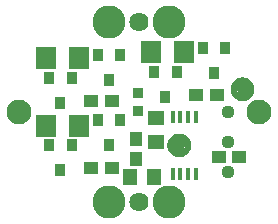
<source format=gbr>
G04 EAGLE Gerber RS-274X export*
G75*
%MOMM*%
%FSLAX34Y34*%
%LPD*%
%INSoldermask Top*%
%IPPOS*%
%AMOC8*
5,1,8,0,0,1.08239X$1,22.5*%
G01*
%ADD10C,2.101600*%
%ADD11R,1.701600X1.901600*%
%ADD12R,1.201600X1.101600*%
%ADD13R,1.101600X1.201600*%
%ADD14R,1.401600X1.301600*%
%ADD15R,0.901600X1.001600*%
%ADD16R,0.451600X1.121600*%
%ADD17C,1.117600*%
%ADD18C,2.801600*%
%ADD19C,1.625600*%
%ADD20R,0.901600X0.901600*%
%ADD21R,1.301600X1.401600*%
%ADD22C,1.101600*%
%ADD23C,0.500000*%


D10*
X19050Y99060D03*
X222250Y99060D03*
D11*
X41880Y87630D03*
X69880Y87630D03*
D12*
X97400Y51435D03*
X80400Y51435D03*
D13*
X118428Y76128D03*
X118428Y59128D03*
D14*
X134938Y73660D03*
X134938Y93980D03*
D12*
X205350Y60960D03*
X188350Y60960D03*
D15*
X104750Y92550D03*
X85750Y92550D03*
X95250Y71550D03*
X63475Y70960D03*
X44475Y70960D03*
X53975Y49960D03*
D11*
X41880Y144780D03*
X69880Y144780D03*
D12*
X97400Y108585D03*
X80400Y108585D03*
D15*
X104750Y147160D03*
X85750Y147160D03*
X95250Y126160D03*
X63475Y128110D03*
X44475Y128110D03*
X53975Y107110D03*
D11*
X130780Y149860D03*
X158780Y149860D03*
D12*
X186300Y113665D03*
X169300Y113665D03*
D15*
X193650Y153510D03*
X174650Y153510D03*
X184150Y132510D03*
X152375Y133190D03*
X133375Y133190D03*
X142875Y112190D03*
D16*
X149000Y46803D03*
X155500Y46803D03*
X162000Y46803D03*
X168500Y46803D03*
X168500Y94803D03*
X162000Y94803D03*
X155500Y94803D03*
X149000Y94803D03*
D17*
X195580Y48260D03*
D18*
X146050Y22860D03*
D19*
X120650Y22860D03*
D18*
X95250Y22860D03*
X146050Y175260D03*
D19*
X120650Y175260D03*
D18*
X95250Y175260D03*
D20*
X119380Y115570D03*
X119380Y100330D03*
D17*
X195580Y99060D03*
X195580Y73660D03*
D21*
X113030Y44450D03*
X133350Y44450D03*
D22*
X154686Y70866D03*
D23*
X154686Y78366D02*
X154505Y78364D01*
X154324Y78357D01*
X154143Y78346D01*
X153962Y78331D01*
X153782Y78311D01*
X153602Y78287D01*
X153423Y78259D01*
X153245Y78226D01*
X153068Y78189D01*
X152891Y78148D01*
X152716Y78103D01*
X152541Y78053D01*
X152368Y77999D01*
X152197Y77941D01*
X152026Y77879D01*
X151858Y77812D01*
X151691Y77742D01*
X151525Y77668D01*
X151362Y77589D01*
X151201Y77507D01*
X151041Y77421D01*
X150884Y77331D01*
X150729Y77237D01*
X150576Y77140D01*
X150426Y77038D01*
X150278Y76934D01*
X150132Y76825D01*
X149990Y76714D01*
X149850Y76598D01*
X149713Y76480D01*
X149578Y76358D01*
X149447Y76233D01*
X149319Y76105D01*
X149194Y75974D01*
X149072Y75839D01*
X148954Y75702D01*
X148838Y75562D01*
X148727Y75420D01*
X148618Y75274D01*
X148514Y75126D01*
X148412Y74976D01*
X148315Y74823D01*
X148221Y74668D01*
X148131Y74511D01*
X148045Y74351D01*
X147963Y74190D01*
X147884Y74027D01*
X147810Y73861D01*
X147740Y73694D01*
X147673Y73526D01*
X147611Y73355D01*
X147553Y73184D01*
X147499Y73011D01*
X147449Y72836D01*
X147404Y72661D01*
X147363Y72484D01*
X147326Y72307D01*
X147293Y72129D01*
X147265Y71950D01*
X147241Y71770D01*
X147221Y71590D01*
X147206Y71409D01*
X147195Y71228D01*
X147188Y71047D01*
X147186Y70866D01*
X154686Y78366D02*
X154867Y78364D01*
X155048Y78357D01*
X155229Y78346D01*
X155410Y78331D01*
X155590Y78311D01*
X155770Y78287D01*
X155949Y78259D01*
X156127Y78226D01*
X156304Y78189D01*
X156481Y78148D01*
X156656Y78103D01*
X156831Y78053D01*
X157004Y77999D01*
X157175Y77941D01*
X157346Y77879D01*
X157514Y77812D01*
X157681Y77742D01*
X157847Y77668D01*
X158010Y77589D01*
X158171Y77507D01*
X158331Y77421D01*
X158488Y77331D01*
X158643Y77237D01*
X158796Y77140D01*
X158946Y77038D01*
X159094Y76934D01*
X159240Y76825D01*
X159382Y76714D01*
X159522Y76598D01*
X159659Y76480D01*
X159794Y76358D01*
X159925Y76233D01*
X160053Y76105D01*
X160178Y75974D01*
X160300Y75839D01*
X160418Y75702D01*
X160534Y75562D01*
X160645Y75420D01*
X160754Y75274D01*
X160858Y75126D01*
X160960Y74976D01*
X161057Y74823D01*
X161151Y74668D01*
X161241Y74511D01*
X161327Y74351D01*
X161409Y74190D01*
X161488Y74027D01*
X161562Y73861D01*
X161632Y73694D01*
X161699Y73526D01*
X161761Y73355D01*
X161819Y73184D01*
X161873Y73011D01*
X161923Y72836D01*
X161968Y72661D01*
X162009Y72484D01*
X162046Y72307D01*
X162079Y72129D01*
X162107Y71950D01*
X162131Y71770D01*
X162151Y71590D01*
X162166Y71409D01*
X162177Y71228D01*
X162184Y71047D01*
X162186Y70866D01*
X162184Y70685D01*
X162177Y70504D01*
X162166Y70323D01*
X162151Y70142D01*
X162131Y69962D01*
X162107Y69782D01*
X162079Y69603D01*
X162046Y69425D01*
X162009Y69248D01*
X161968Y69071D01*
X161923Y68896D01*
X161873Y68721D01*
X161819Y68548D01*
X161761Y68377D01*
X161699Y68206D01*
X161632Y68038D01*
X161562Y67871D01*
X161488Y67705D01*
X161409Y67542D01*
X161327Y67381D01*
X161241Y67221D01*
X161151Y67064D01*
X161057Y66909D01*
X160960Y66756D01*
X160858Y66606D01*
X160754Y66458D01*
X160645Y66312D01*
X160534Y66170D01*
X160418Y66030D01*
X160300Y65893D01*
X160178Y65758D01*
X160053Y65627D01*
X159925Y65499D01*
X159794Y65374D01*
X159659Y65252D01*
X159522Y65134D01*
X159382Y65018D01*
X159240Y64907D01*
X159094Y64798D01*
X158946Y64694D01*
X158796Y64592D01*
X158643Y64495D01*
X158488Y64401D01*
X158331Y64311D01*
X158171Y64225D01*
X158010Y64143D01*
X157847Y64064D01*
X157681Y63990D01*
X157514Y63920D01*
X157346Y63853D01*
X157175Y63791D01*
X157004Y63733D01*
X156831Y63679D01*
X156656Y63629D01*
X156481Y63584D01*
X156304Y63543D01*
X156127Y63506D01*
X155949Y63473D01*
X155770Y63445D01*
X155590Y63421D01*
X155410Y63401D01*
X155229Y63386D01*
X155048Y63375D01*
X154867Y63368D01*
X154686Y63366D01*
X154505Y63368D01*
X154324Y63375D01*
X154143Y63386D01*
X153962Y63401D01*
X153782Y63421D01*
X153602Y63445D01*
X153423Y63473D01*
X153245Y63506D01*
X153068Y63543D01*
X152891Y63584D01*
X152716Y63629D01*
X152541Y63679D01*
X152368Y63733D01*
X152197Y63791D01*
X152026Y63853D01*
X151858Y63920D01*
X151691Y63990D01*
X151525Y64064D01*
X151362Y64143D01*
X151201Y64225D01*
X151041Y64311D01*
X150884Y64401D01*
X150729Y64495D01*
X150576Y64592D01*
X150426Y64694D01*
X150278Y64798D01*
X150132Y64907D01*
X149990Y65018D01*
X149850Y65134D01*
X149713Y65252D01*
X149578Y65374D01*
X149447Y65499D01*
X149319Y65627D01*
X149194Y65758D01*
X149072Y65893D01*
X148954Y66030D01*
X148838Y66170D01*
X148727Y66312D01*
X148618Y66458D01*
X148514Y66606D01*
X148412Y66756D01*
X148315Y66909D01*
X148221Y67064D01*
X148131Y67221D01*
X148045Y67381D01*
X147963Y67542D01*
X147884Y67705D01*
X147810Y67871D01*
X147740Y68038D01*
X147673Y68206D01*
X147611Y68377D01*
X147553Y68548D01*
X147499Y68721D01*
X147449Y68896D01*
X147404Y69071D01*
X147363Y69248D01*
X147326Y69425D01*
X147293Y69603D01*
X147265Y69782D01*
X147241Y69962D01*
X147221Y70142D01*
X147206Y70323D01*
X147195Y70504D01*
X147188Y70685D01*
X147186Y70866D01*
D22*
X208280Y118364D03*
D23*
X208280Y125864D02*
X208099Y125862D01*
X207918Y125855D01*
X207737Y125844D01*
X207556Y125829D01*
X207376Y125809D01*
X207196Y125785D01*
X207017Y125757D01*
X206839Y125724D01*
X206662Y125687D01*
X206485Y125646D01*
X206310Y125601D01*
X206135Y125551D01*
X205962Y125497D01*
X205791Y125439D01*
X205620Y125377D01*
X205452Y125310D01*
X205285Y125240D01*
X205119Y125166D01*
X204956Y125087D01*
X204795Y125005D01*
X204635Y124919D01*
X204478Y124829D01*
X204323Y124735D01*
X204170Y124638D01*
X204020Y124536D01*
X203872Y124432D01*
X203726Y124323D01*
X203584Y124212D01*
X203444Y124096D01*
X203307Y123978D01*
X203172Y123856D01*
X203041Y123731D01*
X202913Y123603D01*
X202788Y123472D01*
X202666Y123337D01*
X202548Y123200D01*
X202432Y123060D01*
X202321Y122918D01*
X202212Y122772D01*
X202108Y122624D01*
X202006Y122474D01*
X201909Y122321D01*
X201815Y122166D01*
X201725Y122009D01*
X201639Y121849D01*
X201557Y121688D01*
X201478Y121525D01*
X201404Y121359D01*
X201334Y121192D01*
X201267Y121024D01*
X201205Y120853D01*
X201147Y120682D01*
X201093Y120509D01*
X201043Y120334D01*
X200998Y120159D01*
X200957Y119982D01*
X200920Y119805D01*
X200887Y119627D01*
X200859Y119448D01*
X200835Y119268D01*
X200815Y119088D01*
X200800Y118907D01*
X200789Y118726D01*
X200782Y118545D01*
X200780Y118364D01*
X208280Y125864D02*
X208461Y125862D01*
X208642Y125855D01*
X208823Y125844D01*
X209004Y125829D01*
X209184Y125809D01*
X209364Y125785D01*
X209543Y125757D01*
X209721Y125724D01*
X209898Y125687D01*
X210075Y125646D01*
X210250Y125601D01*
X210425Y125551D01*
X210598Y125497D01*
X210769Y125439D01*
X210940Y125377D01*
X211108Y125310D01*
X211275Y125240D01*
X211441Y125166D01*
X211604Y125087D01*
X211765Y125005D01*
X211925Y124919D01*
X212082Y124829D01*
X212237Y124735D01*
X212390Y124638D01*
X212540Y124536D01*
X212688Y124432D01*
X212834Y124323D01*
X212976Y124212D01*
X213116Y124096D01*
X213253Y123978D01*
X213388Y123856D01*
X213519Y123731D01*
X213647Y123603D01*
X213772Y123472D01*
X213894Y123337D01*
X214012Y123200D01*
X214128Y123060D01*
X214239Y122918D01*
X214348Y122772D01*
X214452Y122624D01*
X214554Y122474D01*
X214651Y122321D01*
X214745Y122166D01*
X214835Y122009D01*
X214921Y121849D01*
X215003Y121688D01*
X215082Y121525D01*
X215156Y121359D01*
X215226Y121192D01*
X215293Y121024D01*
X215355Y120853D01*
X215413Y120682D01*
X215467Y120509D01*
X215517Y120334D01*
X215562Y120159D01*
X215603Y119982D01*
X215640Y119805D01*
X215673Y119627D01*
X215701Y119448D01*
X215725Y119268D01*
X215745Y119088D01*
X215760Y118907D01*
X215771Y118726D01*
X215778Y118545D01*
X215780Y118364D01*
X215778Y118183D01*
X215771Y118002D01*
X215760Y117821D01*
X215745Y117640D01*
X215725Y117460D01*
X215701Y117280D01*
X215673Y117101D01*
X215640Y116923D01*
X215603Y116746D01*
X215562Y116569D01*
X215517Y116394D01*
X215467Y116219D01*
X215413Y116046D01*
X215355Y115875D01*
X215293Y115704D01*
X215226Y115536D01*
X215156Y115369D01*
X215082Y115203D01*
X215003Y115040D01*
X214921Y114879D01*
X214835Y114719D01*
X214745Y114562D01*
X214651Y114407D01*
X214554Y114254D01*
X214452Y114104D01*
X214348Y113956D01*
X214239Y113810D01*
X214128Y113668D01*
X214012Y113528D01*
X213894Y113391D01*
X213772Y113256D01*
X213647Y113125D01*
X213519Y112997D01*
X213388Y112872D01*
X213253Y112750D01*
X213116Y112632D01*
X212976Y112516D01*
X212834Y112405D01*
X212688Y112296D01*
X212540Y112192D01*
X212390Y112090D01*
X212237Y111993D01*
X212082Y111899D01*
X211925Y111809D01*
X211765Y111723D01*
X211604Y111641D01*
X211441Y111562D01*
X211275Y111488D01*
X211108Y111418D01*
X210940Y111351D01*
X210769Y111289D01*
X210598Y111231D01*
X210425Y111177D01*
X210250Y111127D01*
X210075Y111082D01*
X209898Y111041D01*
X209721Y111004D01*
X209543Y110971D01*
X209364Y110943D01*
X209184Y110919D01*
X209004Y110899D01*
X208823Y110884D01*
X208642Y110873D01*
X208461Y110866D01*
X208280Y110864D01*
X208099Y110866D01*
X207918Y110873D01*
X207737Y110884D01*
X207556Y110899D01*
X207376Y110919D01*
X207196Y110943D01*
X207017Y110971D01*
X206839Y111004D01*
X206662Y111041D01*
X206485Y111082D01*
X206310Y111127D01*
X206135Y111177D01*
X205962Y111231D01*
X205791Y111289D01*
X205620Y111351D01*
X205452Y111418D01*
X205285Y111488D01*
X205119Y111562D01*
X204956Y111641D01*
X204795Y111723D01*
X204635Y111809D01*
X204478Y111899D01*
X204323Y111993D01*
X204170Y112090D01*
X204020Y112192D01*
X203872Y112296D01*
X203726Y112405D01*
X203584Y112516D01*
X203444Y112632D01*
X203307Y112750D01*
X203172Y112872D01*
X203041Y112997D01*
X202913Y113125D01*
X202788Y113256D01*
X202666Y113391D01*
X202548Y113528D01*
X202432Y113668D01*
X202321Y113810D01*
X202212Y113956D01*
X202108Y114104D01*
X202006Y114254D01*
X201909Y114407D01*
X201815Y114562D01*
X201725Y114719D01*
X201639Y114879D01*
X201557Y115040D01*
X201478Y115203D01*
X201404Y115369D01*
X201334Y115536D01*
X201267Y115704D01*
X201205Y115875D01*
X201147Y116046D01*
X201093Y116219D01*
X201043Y116394D01*
X200998Y116569D01*
X200957Y116746D01*
X200920Y116923D01*
X200887Y117101D01*
X200859Y117280D01*
X200835Y117460D01*
X200815Y117640D01*
X200800Y117821D01*
X200789Y118002D01*
X200782Y118183D01*
X200780Y118364D01*
M02*

</source>
